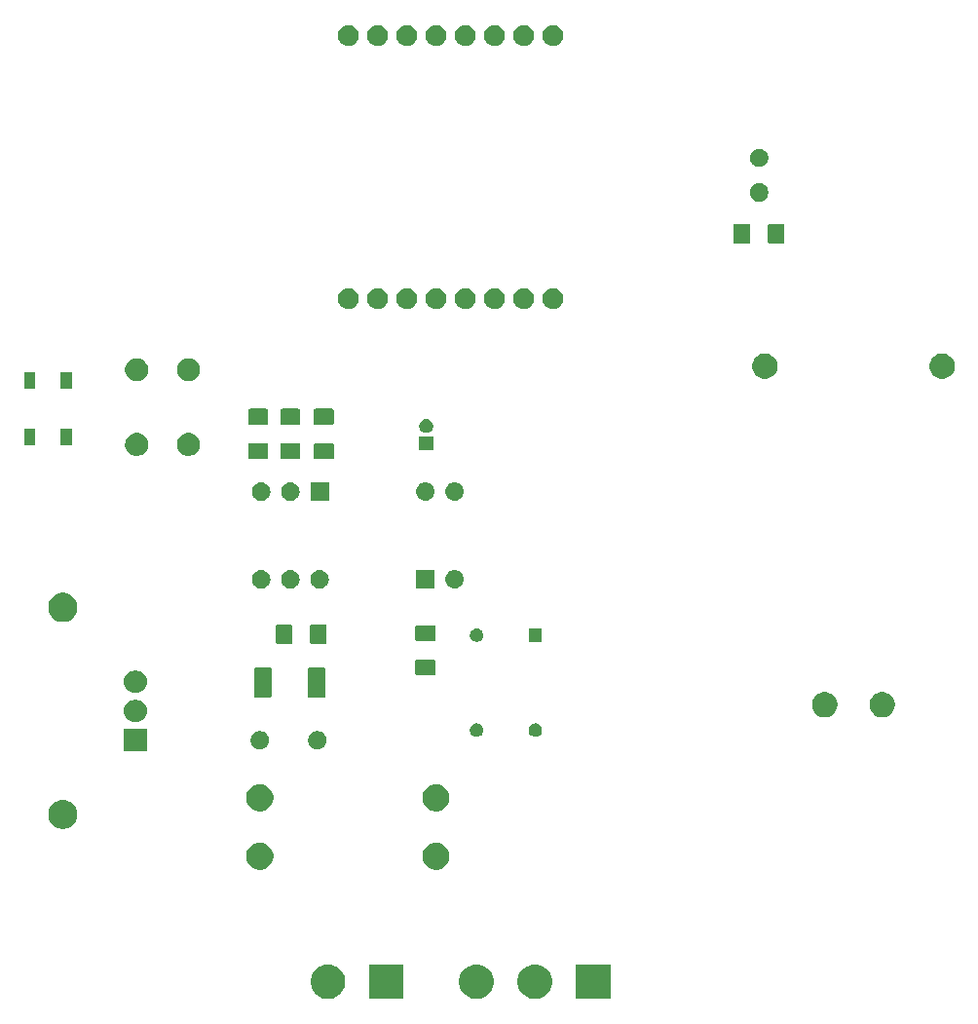
<source format=gbr>
G04 #@! TF.GenerationSoftware,KiCad,Pcbnew,5.0.2+dfsg1-1*
G04 #@! TF.CreationDate,2019-06-14T16:53:16+02:00*
G04 #@! TF.ProjectId,mains-light-controller,6d61696e-732d-46c6-9967-68742d636f6e,v1.0.1*
G04 #@! TF.SameCoordinates,Original*
G04 #@! TF.FileFunction,Soldermask,Top*
G04 #@! TF.FilePolarity,Negative*
%FSLAX46Y46*%
G04 Gerber Fmt 4.6, Leading zero omitted, Abs format (unit mm)*
G04 Created by KiCad (PCBNEW 5.0.2+dfsg1-1) date fre 14 jun 2019 16:53:16 CEST*
%MOMM*%
%LPD*%
G01*
G04 APERTURE LIST*
%ADD10C,0.100000*%
G04 APERTURE END LIST*
D10*
G36*
X78900000Y-105300000D02*
X75900000Y-105300000D01*
X75900000Y-102300000D01*
X78900000Y-102300000D01*
X78900000Y-105300000D01*
X78900000Y-105300000D01*
G37*
G36*
X60900000Y-105300000D02*
X57900000Y-105300000D01*
X57900000Y-102300000D01*
X60900000Y-102300000D01*
X60900000Y-105300000D01*
X60900000Y-105300000D01*
G37*
G36*
X54660935Y-102338429D02*
X54757534Y-102357644D01*
X55030517Y-102470717D01*
X55272920Y-102632687D01*
X55276197Y-102634876D01*
X55485124Y-102843803D01*
X55649284Y-103089485D01*
X55762356Y-103362467D01*
X55820000Y-103652261D01*
X55820000Y-103947739D01*
X55762356Y-104237533D01*
X55649284Y-104510515D01*
X55485124Y-104756197D01*
X55276197Y-104965124D01*
X55276194Y-104965126D01*
X55030517Y-105129283D01*
X54757534Y-105242356D01*
X54660935Y-105261571D01*
X54467739Y-105300000D01*
X54172261Y-105300000D01*
X53979065Y-105261571D01*
X53882466Y-105242356D01*
X53609483Y-105129283D01*
X53363806Y-104965126D01*
X53363803Y-104965124D01*
X53154876Y-104756197D01*
X52990716Y-104510515D01*
X52877644Y-104237533D01*
X52820000Y-103947739D01*
X52820000Y-103652261D01*
X52877644Y-103362467D01*
X52990716Y-103089485D01*
X53154876Y-102843803D01*
X53363803Y-102634876D01*
X53367080Y-102632687D01*
X53609483Y-102470717D01*
X53882466Y-102357644D01*
X53979065Y-102338429D01*
X54172261Y-102300000D01*
X54467739Y-102300000D01*
X54660935Y-102338429D01*
X54660935Y-102338429D01*
G37*
G36*
X72660935Y-102338429D02*
X72757534Y-102357644D01*
X73030517Y-102470717D01*
X73272920Y-102632687D01*
X73276197Y-102634876D01*
X73485124Y-102843803D01*
X73649284Y-103089485D01*
X73762356Y-103362467D01*
X73820000Y-103652261D01*
X73820000Y-103947739D01*
X73762356Y-104237533D01*
X73649284Y-104510515D01*
X73485124Y-104756197D01*
X73276197Y-104965124D01*
X73276194Y-104965126D01*
X73030517Y-105129283D01*
X72757534Y-105242356D01*
X72660935Y-105261571D01*
X72467739Y-105300000D01*
X72172261Y-105300000D01*
X71979065Y-105261571D01*
X71882466Y-105242356D01*
X71609483Y-105129283D01*
X71363806Y-104965126D01*
X71363803Y-104965124D01*
X71154876Y-104756197D01*
X70990716Y-104510515D01*
X70877644Y-104237533D01*
X70820000Y-103947739D01*
X70820000Y-103652261D01*
X70877644Y-103362467D01*
X70990716Y-103089485D01*
X71154876Y-102843803D01*
X71363803Y-102634876D01*
X71367080Y-102632687D01*
X71609483Y-102470717D01*
X71882466Y-102357644D01*
X71979065Y-102338429D01*
X72172261Y-102300000D01*
X72467739Y-102300000D01*
X72660935Y-102338429D01*
X72660935Y-102338429D01*
G37*
G36*
X67580935Y-102338429D02*
X67677534Y-102357644D01*
X67950517Y-102470717D01*
X68192920Y-102632687D01*
X68196197Y-102634876D01*
X68405124Y-102843803D01*
X68569284Y-103089485D01*
X68682356Y-103362467D01*
X68740000Y-103652261D01*
X68740000Y-103947739D01*
X68682356Y-104237533D01*
X68569284Y-104510515D01*
X68405124Y-104756197D01*
X68196197Y-104965124D01*
X68196194Y-104965126D01*
X67950517Y-105129283D01*
X67677534Y-105242356D01*
X67580935Y-105261571D01*
X67387739Y-105300000D01*
X67092261Y-105300000D01*
X66899065Y-105261571D01*
X66802466Y-105242356D01*
X66529483Y-105129283D01*
X66283806Y-104965126D01*
X66283803Y-104965124D01*
X66074876Y-104756197D01*
X65910716Y-104510515D01*
X65797644Y-104237533D01*
X65740000Y-103947739D01*
X65740000Y-103652261D01*
X65797644Y-103362467D01*
X65910716Y-103089485D01*
X66074876Y-102843803D01*
X66283803Y-102634876D01*
X66287080Y-102632687D01*
X66529483Y-102470717D01*
X66802466Y-102357644D01*
X66899065Y-102338429D01*
X67092261Y-102300000D01*
X67387739Y-102300000D01*
X67580935Y-102338429D01*
X67580935Y-102338429D01*
G37*
G36*
X48742732Y-91750154D02*
X48742734Y-91750155D01*
X48742735Y-91750155D01*
X48821725Y-91782874D01*
X48956572Y-91838729D01*
X49149022Y-91967320D01*
X49312680Y-92130978D01*
X49441271Y-92323428D01*
X49529846Y-92537268D01*
X49575000Y-92764271D01*
X49575000Y-92995729D01*
X49529846Y-93222732D01*
X49441271Y-93436572D01*
X49312680Y-93629022D01*
X49149022Y-93792680D01*
X48956572Y-93921271D01*
X48821725Y-93977126D01*
X48742735Y-94009845D01*
X48742734Y-94009845D01*
X48742732Y-94009846D01*
X48515729Y-94055000D01*
X48284271Y-94055000D01*
X48057268Y-94009846D01*
X48057266Y-94009845D01*
X48057265Y-94009845D01*
X47978275Y-93977126D01*
X47843428Y-93921271D01*
X47650978Y-93792680D01*
X47487320Y-93629022D01*
X47358729Y-93436572D01*
X47270154Y-93222732D01*
X47225000Y-92995729D01*
X47225000Y-92764271D01*
X47270154Y-92537268D01*
X47358729Y-92323428D01*
X47487320Y-92130978D01*
X47650978Y-91967320D01*
X47843428Y-91838729D01*
X47978275Y-91782874D01*
X48057265Y-91750155D01*
X48057266Y-91750155D01*
X48057268Y-91750154D01*
X48284271Y-91705000D01*
X48515729Y-91705000D01*
X48742732Y-91750154D01*
X48742732Y-91750154D01*
G37*
G36*
X64062732Y-91750154D02*
X64062734Y-91750155D01*
X64062735Y-91750155D01*
X64141725Y-91782874D01*
X64276572Y-91838729D01*
X64469022Y-91967320D01*
X64632680Y-92130978D01*
X64761271Y-92323428D01*
X64849846Y-92537268D01*
X64895000Y-92764271D01*
X64895000Y-92995729D01*
X64849846Y-93222732D01*
X64761271Y-93436572D01*
X64632680Y-93629022D01*
X64469022Y-93792680D01*
X64276572Y-93921271D01*
X64141725Y-93977126D01*
X64062735Y-94009845D01*
X64062734Y-94009845D01*
X64062732Y-94009846D01*
X63835729Y-94055000D01*
X63604271Y-94055000D01*
X63377268Y-94009846D01*
X63377266Y-94009845D01*
X63377265Y-94009845D01*
X63298275Y-93977126D01*
X63163428Y-93921271D01*
X62970978Y-93792680D01*
X62807320Y-93629022D01*
X62678729Y-93436572D01*
X62590154Y-93222732D01*
X62545000Y-92995729D01*
X62545000Y-92764271D01*
X62590154Y-92537268D01*
X62678729Y-92323428D01*
X62807320Y-92130978D01*
X62970978Y-91967320D01*
X63163428Y-91838729D01*
X63298275Y-91782874D01*
X63377265Y-91750155D01*
X63377266Y-91750155D01*
X63377268Y-91750154D01*
X63604271Y-91705000D01*
X63835729Y-91705000D01*
X64062732Y-91750154D01*
X64062732Y-91750154D01*
G37*
G36*
X31576839Y-88030332D02*
X31658111Y-88046498D01*
X31887780Y-88141630D01*
X32093084Y-88278810D01*
X32094480Y-88279743D01*
X32270256Y-88455519D01*
X32270258Y-88455522D01*
X32408369Y-88662219D01*
X32503501Y-88891888D01*
X32551999Y-89135704D01*
X32551999Y-89384296D01*
X32503501Y-89628112D01*
X32408369Y-89857781D01*
X32271189Y-90063085D01*
X32270256Y-90064481D01*
X32094480Y-90240257D01*
X32094477Y-90240259D01*
X31887780Y-90378370D01*
X31658111Y-90473502D01*
X31576839Y-90489668D01*
X31414297Y-90522000D01*
X31165701Y-90522000D01*
X31003159Y-90489668D01*
X30921887Y-90473502D01*
X30692218Y-90378370D01*
X30485521Y-90240259D01*
X30485518Y-90240257D01*
X30309742Y-90064481D01*
X30308809Y-90063085D01*
X30171629Y-89857781D01*
X30076497Y-89628112D01*
X30027999Y-89384296D01*
X30027999Y-89135704D01*
X30076497Y-88891888D01*
X30171629Y-88662219D01*
X30309740Y-88455522D01*
X30309742Y-88455519D01*
X30485518Y-88279743D01*
X30486914Y-88278810D01*
X30692218Y-88141630D01*
X30921887Y-88046498D01*
X31003159Y-88030332D01*
X31165701Y-87998000D01*
X31414297Y-87998000D01*
X31576839Y-88030332D01*
X31576839Y-88030332D01*
G37*
G36*
X64062732Y-86670154D02*
X64062734Y-86670155D01*
X64062735Y-86670155D01*
X64141725Y-86702874D01*
X64276572Y-86758729D01*
X64469022Y-86887320D01*
X64632680Y-87050978D01*
X64761271Y-87243428D01*
X64849846Y-87457268D01*
X64895000Y-87684271D01*
X64895000Y-87915729D01*
X64849846Y-88142732D01*
X64761271Y-88356572D01*
X64632680Y-88549022D01*
X64469022Y-88712680D01*
X64276572Y-88841271D01*
X64154371Y-88891888D01*
X64062735Y-88929845D01*
X64062734Y-88929845D01*
X64062732Y-88929846D01*
X63835729Y-88975000D01*
X63604271Y-88975000D01*
X63377268Y-88929846D01*
X63377266Y-88929845D01*
X63377265Y-88929845D01*
X63285629Y-88891888D01*
X63163428Y-88841271D01*
X62970978Y-88712680D01*
X62807320Y-88549022D01*
X62678729Y-88356572D01*
X62590154Y-88142732D01*
X62545000Y-87915729D01*
X62545000Y-87684271D01*
X62590154Y-87457268D01*
X62678729Y-87243428D01*
X62807320Y-87050978D01*
X62970978Y-86887320D01*
X63163428Y-86758729D01*
X63298275Y-86702874D01*
X63377265Y-86670155D01*
X63377266Y-86670155D01*
X63377268Y-86670154D01*
X63604271Y-86625000D01*
X63835729Y-86625000D01*
X64062732Y-86670154D01*
X64062732Y-86670154D01*
G37*
G36*
X48742732Y-86670154D02*
X48742734Y-86670155D01*
X48742735Y-86670155D01*
X48821725Y-86702874D01*
X48956572Y-86758729D01*
X49149022Y-86887320D01*
X49312680Y-87050978D01*
X49441271Y-87243428D01*
X49529846Y-87457268D01*
X49575000Y-87684271D01*
X49575000Y-87915729D01*
X49529846Y-88142732D01*
X49441271Y-88356572D01*
X49312680Y-88549022D01*
X49149022Y-88712680D01*
X48956572Y-88841271D01*
X48834371Y-88891888D01*
X48742735Y-88929845D01*
X48742734Y-88929845D01*
X48742732Y-88929846D01*
X48515729Y-88975000D01*
X48284271Y-88975000D01*
X48057268Y-88929846D01*
X48057266Y-88929845D01*
X48057265Y-88929845D01*
X47965629Y-88891888D01*
X47843428Y-88841271D01*
X47650978Y-88712680D01*
X47487320Y-88549022D01*
X47358729Y-88356572D01*
X47270154Y-88142732D01*
X47225000Y-87915729D01*
X47225000Y-87684271D01*
X47270154Y-87457268D01*
X47358729Y-87243428D01*
X47487320Y-87050978D01*
X47650978Y-86887320D01*
X47843428Y-86758729D01*
X47978275Y-86702874D01*
X48057265Y-86670155D01*
X48057266Y-86670155D01*
X48057268Y-86670154D01*
X48284271Y-86625000D01*
X48515729Y-86625000D01*
X48742732Y-86670154D01*
X48742732Y-86670154D01*
G37*
G36*
X38600000Y-83752500D02*
X36600000Y-83752500D01*
X36600000Y-81847500D01*
X38600000Y-81847500D01*
X38600000Y-83752500D01*
X38600000Y-83752500D01*
G37*
G36*
X48633352Y-82030743D02*
X48778941Y-82091048D01*
X48909973Y-82178601D01*
X49021399Y-82290027D01*
X49108952Y-82421059D01*
X49169257Y-82566648D01*
X49200000Y-82721205D01*
X49200000Y-82878795D01*
X49169257Y-83033352D01*
X49108952Y-83178941D01*
X49021399Y-83309973D01*
X48909973Y-83421399D01*
X48778941Y-83508952D01*
X48633352Y-83569257D01*
X48478795Y-83600000D01*
X48321205Y-83600000D01*
X48166648Y-83569257D01*
X48021059Y-83508952D01*
X47890027Y-83421399D01*
X47778601Y-83309973D01*
X47691048Y-83178941D01*
X47630743Y-83033352D01*
X47600000Y-82878795D01*
X47600000Y-82721205D01*
X47630743Y-82566648D01*
X47691048Y-82421059D01*
X47778601Y-82290027D01*
X47890027Y-82178601D01*
X48021059Y-82091048D01*
X48166648Y-82030743D01*
X48321205Y-82000000D01*
X48478795Y-82000000D01*
X48633352Y-82030743D01*
X48633352Y-82030743D01*
G37*
G36*
X53633352Y-82030743D02*
X53778941Y-82091048D01*
X53909973Y-82178601D01*
X54021399Y-82290027D01*
X54108952Y-82421059D01*
X54169257Y-82566648D01*
X54200000Y-82721205D01*
X54200000Y-82878795D01*
X54169257Y-83033352D01*
X54108952Y-83178941D01*
X54021399Y-83309973D01*
X53909973Y-83421399D01*
X53778941Y-83508952D01*
X53633352Y-83569257D01*
X53478795Y-83600000D01*
X53321205Y-83600000D01*
X53166648Y-83569257D01*
X53021059Y-83508952D01*
X52890027Y-83421399D01*
X52778601Y-83309973D01*
X52691048Y-83178941D01*
X52630743Y-83033352D01*
X52600000Y-82878795D01*
X52600000Y-82721205D01*
X52630743Y-82566648D01*
X52691048Y-82421059D01*
X52778601Y-82290027D01*
X52890027Y-82178601D01*
X53021059Y-82091048D01*
X53166648Y-82030743D01*
X53321205Y-82000000D01*
X53478795Y-82000000D01*
X53633352Y-82030743D01*
X53633352Y-82030743D01*
G37*
G36*
X67419180Y-81367289D02*
X67524734Y-81411011D01*
X67619729Y-81474485D01*
X67700515Y-81555271D01*
X67763989Y-81650266D01*
X67807711Y-81755820D01*
X67830000Y-81867874D01*
X67830000Y-81982126D01*
X67807711Y-82094180D01*
X67763989Y-82199734D01*
X67700515Y-82294729D01*
X67619729Y-82375515D01*
X67524734Y-82438989D01*
X67419180Y-82482711D01*
X67307126Y-82505000D01*
X67192874Y-82505000D01*
X67080820Y-82482711D01*
X66975266Y-82438989D01*
X66880271Y-82375515D01*
X66799485Y-82294729D01*
X66736011Y-82199734D01*
X66692289Y-82094180D01*
X66670000Y-81982126D01*
X66670000Y-81867874D01*
X66692289Y-81755820D01*
X66736011Y-81650266D01*
X66799485Y-81555271D01*
X66880271Y-81474485D01*
X66975266Y-81411011D01*
X67080820Y-81367289D01*
X67192874Y-81345000D01*
X67307126Y-81345000D01*
X67419180Y-81367289D01*
X67419180Y-81367289D01*
G37*
G36*
X72519180Y-81367289D02*
X72624734Y-81411011D01*
X72719729Y-81474485D01*
X72800515Y-81555271D01*
X72863989Y-81650266D01*
X72907711Y-81755820D01*
X72930000Y-81867874D01*
X72930000Y-81982126D01*
X72907711Y-82094180D01*
X72863989Y-82199734D01*
X72800515Y-82294729D01*
X72719729Y-82375515D01*
X72624734Y-82438989D01*
X72519180Y-82482711D01*
X72407126Y-82505000D01*
X72292874Y-82505000D01*
X72180820Y-82482711D01*
X72075266Y-82438989D01*
X71980271Y-82375515D01*
X71899485Y-82294729D01*
X71836011Y-82199734D01*
X71792289Y-82094180D01*
X71770000Y-81982126D01*
X71770000Y-81867874D01*
X71792289Y-81755820D01*
X71836011Y-81650266D01*
X71899485Y-81555271D01*
X71980271Y-81474485D01*
X72075266Y-81411011D01*
X72180820Y-81367289D01*
X72292874Y-81345000D01*
X72407126Y-81345000D01*
X72519180Y-81367289D01*
X72519180Y-81367289D01*
G37*
G36*
X37834224Y-79321282D02*
X38013769Y-79375747D01*
X38179241Y-79464193D01*
X38324278Y-79583222D01*
X38443307Y-79728259D01*
X38531753Y-79893731D01*
X38586218Y-80073276D01*
X38604608Y-80260000D01*
X38586218Y-80446724D01*
X38531753Y-80626269D01*
X38443307Y-80791741D01*
X38324278Y-80936778D01*
X38179241Y-81055807D01*
X38013769Y-81144253D01*
X37834224Y-81198718D01*
X37694289Y-81212500D01*
X37505711Y-81212500D01*
X37365776Y-81198718D01*
X37186231Y-81144253D01*
X37020759Y-81055807D01*
X36875722Y-80936778D01*
X36756693Y-80791741D01*
X36668247Y-80626269D01*
X36613782Y-80446724D01*
X36595392Y-80260000D01*
X36613782Y-80073276D01*
X36668247Y-79893731D01*
X36756693Y-79728259D01*
X36875722Y-79583222D01*
X37020759Y-79464193D01*
X37186231Y-79375747D01*
X37365776Y-79321282D01*
X37505711Y-79307500D01*
X37694289Y-79307500D01*
X37834224Y-79321282D01*
X37834224Y-79321282D01*
G37*
G36*
X97820857Y-78642272D02*
X98021042Y-78725191D01*
X98201213Y-78845578D01*
X98354422Y-78998787D01*
X98354424Y-78998790D01*
X98354425Y-78998791D01*
X98426040Y-79105970D01*
X98474809Y-79178958D01*
X98557728Y-79379143D01*
X98600000Y-79591658D01*
X98600000Y-79808342D01*
X98557728Y-80020857D01*
X98474809Y-80221042D01*
X98354422Y-80401213D01*
X98201213Y-80554422D01*
X98021042Y-80674809D01*
X97820857Y-80757728D01*
X97608342Y-80800000D01*
X97391658Y-80800000D01*
X97179143Y-80757728D01*
X96978958Y-80674809D01*
X96798787Y-80554422D01*
X96645578Y-80401213D01*
X96525191Y-80221042D01*
X96442272Y-80020857D01*
X96400000Y-79808342D01*
X96400000Y-79591658D01*
X96442272Y-79379143D01*
X96525191Y-79178958D01*
X96573960Y-79105970D01*
X96645575Y-78998791D01*
X96645576Y-78998790D01*
X96645578Y-78998787D01*
X96798787Y-78845578D01*
X96978958Y-78725191D01*
X97179143Y-78642272D01*
X97391658Y-78600000D01*
X97608342Y-78600000D01*
X97820857Y-78642272D01*
X97820857Y-78642272D01*
G37*
G36*
X102820857Y-78642272D02*
X103021042Y-78725191D01*
X103201213Y-78845578D01*
X103354422Y-78998787D01*
X103354424Y-78998790D01*
X103354425Y-78998791D01*
X103426040Y-79105970D01*
X103474809Y-79178958D01*
X103557728Y-79379143D01*
X103600000Y-79591658D01*
X103600000Y-79808342D01*
X103557728Y-80020857D01*
X103474809Y-80221042D01*
X103354422Y-80401213D01*
X103201213Y-80554422D01*
X103021042Y-80674809D01*
X102820857Y-80757728D01*
X102608342Y-80800000D01*
X102391658Y-80800000D01*
X102179143Y-80757728D01*
X101978958Y-80674809D01*
X101798787Y-80554422D01*
X101645578Y-80401213D01*
X101525191Y-80221042D01*
X101442272Y-80020857D01*
X101400000Y-79808342D01*
X101400000Y-79591658D01*
X101442272Y-79379143D01*
X101525191Y-79178958D01*
X101573960Y-79105970D01*
X101645575Y-78998791D01*
X101645576Y-78998790D01*
X101645578Y-78998787D01*
X101798787Y-78845578D01*
X101978958Y-78725191D01*
X102179143Y-78642272D01*
X102391658Y-78600000D01*
X102608342Y-78600000D01*
X102820857Y-78642272D01*
X102820857Y-78642272D01*
G37*
G36*
X49291281Y-76478782D02*
X49322305Y-76488193D01*
X49350899Y-76503477D01*
X49375957Y-76524043D01*
X49396523Y-76549101D01*
X49411807Y-76577695D01*
X49421218Y-76608719D01*
X49425000Y-76647122D01*
X49425000Y-78952878D01*
X49421218Y-78991281D01*
X49411807Y-79022305D01*
X49396523Y-79050899D01*
X49375957Y-79075957D01*
X49350899Y-79096523D01*
X49322305Y-79111807D01*
X49291281Y-79121218D01*
X49252878Y-79125000D01*
X48072122Y-79125000D01*
X48033719Y-79121218D01*
X48002695Y-79111807D01*
X47974101Y-79096523D01*
X47949043Y-79075957D01*
X47928477Y-79050899D01*
X47913193Y-79022305D01*
X47903782Y-78991281D01*
X47900000Y-78952878D01*
X47900000Y-76647122D01*
X47903782Y-76608719D01*
X47913193Y-76577695D01*
X47928477Y-76549101D01*
X47949043Y-76524043D01*
X47974101Y-76503477D01*
X48002695Y-76488193D01*
X48033719Y-76478782D01*
X48072122Y-76475000D01*
X49252878Y-76475000D01*
X49291281Y-76478782D01*
X49291281Y-76478782D01*
G37*
G36*
X53966281Y-76478782D02*
X53997305Y-76488193D01*
X54025899Y-76503477D01*
X54050957Y-76524043D01*
X54071523Y-76549101D01*
X54086807Y-76577695D01*
X54096218Y-76608719D01*
X54100000Y-76647122D01*
X54100000Y-78952878D01*
X54096218Y-78991281D01*
X54086807Y-79022305D01*
X54071523Y-79050899D01*
X54050957Y-79075957D01*
X54025899Y-79096523D01*
X53997305Y-79111807D01*
X53966281Y-79121218D01*
X53927878Y-79125000D01*
X52747122Y-79125000D01*
X52708719Y-79121218D01*
X52677695Y-79111807D01*
X52649101Y-79096523D01*
X52624043Y-79075957D01*
X52603477Y-79050899D01*
X52588193Y-79022305D01*
X52578782Y-78991281D01*
X52575000Y-78952878D01*
X52575000Y-76647122D01*
X52578782Y-76608719D01*
X52588193Y-76577695D01*
X52603477Y-76549101D01*
X52624043Y-76524043D01*
X52649101Y-76503477D01*
X52677695Y-76488193D01*
X52708719Y-76478782D01*
X52747122Y-76475000D01*
X53927878Y-76475000D01*
X53966281Y-76478782D01*
X53966281Y-76478782D01*
G37*
G36*
X37834224Y-76781282D02*
X38013769Y-76835747D01*
X38179241Y-76924193D01*
X38324278Y-77043222D01*
X38443307Y-77188259D01*
X38531753Y-77353731D01*
X38586218Y-77533276D01*
X38604608Y-77720000D01*
X38586218Y-77906724D01*
X38531753Y-78086269D01*
X38443307Y-78251741D01*
X38324278Y-78396778D01*
X38179241Y-78515807D01*
X38013769Y-78604253D01*
X37834224Y-78658718D01*
X37694289Y-78672500D01*
X37505711Y-78672500D01*
X37365776Y-78658718D01*
X37186231Y-78604253D01*
X37020759Y-78515807D01*
X36875722Y-78396778D01*
X36756693Y-78251741D01*
X36668247Y-78086269D01*
X36613782Y-77906724D01*
X36595392Y-77720000D01*
X36613782Y-77533276D01*
X36668247Y-77353731D01*
X36756693Y-77188259D01*
X36875722Y-77043222D01*
X37020759Y-76924193D01*
X37186231Y-76835747D01*
X37365776Y-76781282D01*
X37505711Y-76767500D01*
X37694289Y-76767500D01*
X37834224Y-76781282D01*
X37834224Y-76781282D01*
G37*
G36*
X63538964Y-75778837D02*
X63570528Y-75788412D01*
X63599617Y-75803960D01*
X63625114Y-75824886D01*
X63646040Y-75850383D01*
X63661588Y-75879472D01*
X63671163Y-75911036D01*
X63675000Y-75949998D01*
X63675000Y-77025002D01*
X63671163Y-77063964D01*
X63661588Y-77095528D01*
X63646040Y-77124617D01*
X63625114Y-77150114D01*
X63599617Y-77171040D01*
X63570528Y-77186588D01*
X63538964Y-77196163D01*
X63500002Y-77200000D01*
X62099998Y-77200000D01*
X62061036Y-77196163D01*
X62029472Y-77186588D01*
X62000383Y-77171040D01*
X61974886Y-77150114D01*
X61953960Y-77124617D01*
X61938412Y-77095528D01*
X61928837Y-77063964D01*
X61925000Y-77025002D01*
X61925000Y-75949998D01*
X61928837Y-75911036D01*
X61938412Y-75879472D01*
X61953960Y-75850383D01*
X61974886Y-75824886D01*
X62000383Y-75803960D01*
X62029472Y-75788412D01*
X62061036Y-75778837D01*
X62099998Y-75775000D01*
X63500002Y-75775000D01*
X63538964Y-75778837D01*
X63538964Y-75778837D01*
G37*
G36*
X54063964Y-72728837D02*
X54095528Y-72738412D01*
X54124617Y-72753960D01*
X54150114Y-72774886D01*
X54171040Y-72800383D01*
X54186588Y-72829472D01*
X54196163Y-72861036D01*
X54200000Y-72899998D01*
X54200000Y-74300002D01*
X54196163Y-74338964D01*
X54186588Y-74370528D01*
X54171040Y-74399617D01*
X54150114Y-74425114D01*
X54124617Y-74446040D01*
X54095528Y-74461588D01*
X54063964Y-74471163D01*
X54025002Y-74475000D01*
X52949998Y-74475000D01*
X52911036Y-74471163D01*
X52879472Y-74461588D01*
X52850383Y-74446040D01*
X52824886Y-74425114D01*
X52803960Y-74399617D01*
X52788412Y-74370528D01*
X52778837Y-74338964D01*
X52775000Y-74300002D01*
X52775000Y-72899998D01*
X52778837Y-72861036D01*
X52788412Y-72829472D01*
X52803960Y-72800383D01*
X52824886Y-72774886D01*
X52850383Y-72753960D01*
X52879472Y-72738412D01*
X52911036Y-72728837D01*
X52949998Y-72725000D01*
X54025002Y-72725000D01*
X54063964Y-72728837D01*
X54063964Y-72728837D01*
G37*
G36*
X51088964Y-72728837D02*
X51120528Y-72738412D01*
X51149617Y-72753960D01*
X51175114Y-72774886D01*
X51196040Y-72800383D01*
X51211588Y-72829472D01*
X51221163Y-72861036D01*
X51225000Y-72899998D01*
X51225000Y-74300002D01*
X51221163Y-74338964D01*
X51211588Y-74370528D01*
X51196040Y-74399617D01*
X51175114Y-74425114D01*
X51149617Y-74446040D01*
X51120528Y-74461588D01*
X51088964Y-74471163D01*
X51050002Y-74475000D01*
X49974998Y-74475000D01*
X49936036Y-74471163D01*
X49904472Y-74461588D01*
X49875383Y-74446040D01*
X49849886Y-74425114D01*
X49828960Y-74399617D01*
X49813412Y-74370528D01*
X49803837Y-74338964D01*
X49800000Y-74300002D01*
X49800000Y-72899998D01*
X49803837Y-72861036D01*
X49813412Y-72829472D01*
X49828960Y-72800383D01*
X49849886Y-72774886D01*
X49875383Y-72753960D01*
X49904472Y-72738412D01*
X49936036Y-72728837D01*
X49974998Y-72725000D01*
X51050002Y-72725000D01*
X51088964Y-72728837D01*
X51088964Y-72728837D01*
G37*
G36*
X72930000Y-74255000D02*
X71770000Y-74255000D01*
X71770000Y-73095000D01*
X72930000Y-73095000D01*
X72930000Y-74255000D01*
X72930000Y-74255000D01*
G37*
G36*
X67419180Y-73117289D02*
X67524734Y-73161011D01*
X67619729Y-73224485D01*
X67700515Y-73305271D01*
X67763989Y-73400266D01*
X67807711Y-73505820D01*
X67830000Y-73617874D01*
X67830000Y-73732126D01*
X67807711Y-73844180D01*
X67763989Y-73949734D01*
X67700515Y-74044729D01*
X67619729Y-74125515D01*
X67524734Y-74188989D01*
X67419180Y-74232711D01*
X67307126Y-74255000D01*
X67192874Y-74255000D01*
X67080820Y-74232711D01*
X66975266Y-74188989D01*
X66880271Y-74125515D01*
X66799485Y-74044729D01*
X66736011Y-73949734D01*
X66692289Y-73844180D01*
X66670000Y-73732126D01*
X66670000Y-73617874D01*
X66692289Y-73505820D01*
X66736011Y-73400266D01*
X66799485Y-73305271D01*
X66880271Y-73224485D01*
X66975266Y-73161011D01*
X67080820Y-73117289D01*
X67192874Y-73095000D01*
X67307126Y-73095000D01*
X67419180Y-73117289D01*
X67419180Y-73117289D01*
G37*
G36*
X63538964Y-72803837D02*
X63570528Y-72813412D01*
X63599617Y-72828960D01*
X63625114Y-72849886D01*
X63646040Y-72875383D01*
X63661588Y-72904472D01*
X63671163Y-72936036D01*
X63675000Y-72974998D01*
X63675000Y-74050002D01*
X63671163Y-74088964D01*
X63661588Y-74120528D01*
X63646040Y-74149617D01*
X63625114Y-74175114D01*
X63599617Y-74196040D01*
X63570528Y-74211588D01*
X63538964Y-74221163D01*
X63500002Y-74225000D01*
X62099998Y-74225000D01*
X62061036Y-74221163D01*
X62029472Y-74211588D01*
X62000383Y-74196040D01*
X61974886Y-74175114D01*
X61953960Y-74149617D01*
X61938412Y-74120528D01*
X61928837Y-74088964D01*
X61925000Y-74050002D01*
X61925000Y-72974998D01*
X61928837Y-72936036D01*
X61938412Y-72904472D01*
X61953960Y-72875383D01*
X61974886Y-72849886D01*
X62000383Y-72828960D01*
X62029472Y-72813412D01*
X62061036Y-72803837D01*
X62099998Y-72800000D01*
X63500002Y-72800000D01*
X63538964Y-72803837D01*
X63538964Y-72803837D01*
G37*
G36*
X31576840Y-70030332D02*
X31658112Y-70046498D01*
X31887781Y-70141630D01*
X32093085Y-70278810D01*
X32094481Y-70279743D01*
X32270257Y-70455519D01*
X32270259Y-70455522D01*
X32408370Y-70662219D01*
X32503502Y-70891888D01*
X32552000Y-71135704D01*
X32552000Y-71384296D01*
X32503502Y-71628112D01*
X32408370Y-71857781D01*
X32271190Y-72063085D01*
X32270257Y-72064481D01*
X32094481Y-72240257D01*
X32094478Y-72240259D01*
X31887781Y-72378370D01*
X31658112Y-72473502D01*
X31576840Y-72489668D01*
X31414298Y-72522000D01*
X31165702Y-72522000D01*
X31003160Y-72489668D01*
X30921888Y-72473502D01*
X30692219Y-72378370D01*
X30485522Y-72240259D01*
X30485519Y-72240257D01*
X30309743Y-72064481D01*
X30308810Y-72063085D01*
X30171630Y-71857781D01*
X30076498Y-71628112D01*
X30028000Y-71384296D01*
X30028000Y-71135704D01*
X30076498Y-70891888D01*
X30171630Y-70662219D01*
X30309741Y-70455522D01*
X30309743Y-70455519D01*
X30485519Y-70279743D01*
X30486915Y-70278810D01*
X30692219Y-70141630D01*
X30921888Y-70046498D01*
X31003160Y-70030332D01*
X31165702Y-69998000D01*
X31414298Y-69998000D01*
X31576840Y-70030332D01*
X31576840Y-70030332D01*
G37*
G36*
X53717649Y-68027717D02*
X53756827Y-68031576D01*
X53832227Y-68054448D01*
X53907629Y-68077321D01*
X54046608Y-68151608D01*
X54168422Y-68251578D01*
X54268392Y-68373392D01*
X54342679Y-68512371D01*
X54388424Y-68663174D01*
X54403870Y-68820000D01*
X54388424Y-68976826D01*
X54342679Y-69127629D01*
X54268392Y-69266608D01*
X54168422Y-69388422D01*
X54046608Y-69488392D01*
X53907629Y-69562679D01*
X53832228Y-69585551D01*
X53756827Y-69608424D01*
X53717649Y-69612283D01*
X53639295Y-69620000D01*
X53560705Y-69620000D01*
X53482351Y-69612283D01*
X53443173Y-69608424D01*
X53367772Y-69585551D01*
X53292371Y-69562679D01*
X53153392Y-69488392D01*
X53031578Y-69388422D01*
X52931608Y-69266608D01*
X52857321Y-69127629D01*
X52811576Y-68976826D01*
X52796130Y-68820000D01*
X52811576Y-68663174D01*
X52857321Y-68512371D01*
X52931608Y-68373392D01*
X53031578Y-68251578D01*
X53153392Y-68151608D01*
X53292371Y-68077321D01*
X53367773Y-68054448D01*
X53443173Y-68031576D01*
X53482351Y-68027717D01*
X53560705Y-68020000D01*
X53639295Y-68020000D01*
X53717649Y-68027717D01*
X53717649Y-68027717D01*
G37*
G36*
X48637649Y-68027717D02*
X48676827Y-68031576D01*
X48752227Y-68054448D01*
X48827629Y-68077321D01*
X48966608Y-68151608D01*
X49088422Y-68251578D01*
X49188392Y-68373392D01*
X49262679Y-68512371D01*
X49308424Y-68663174D01*
X49323870Y-68820000D01*
X49308424Y-68976826D01*
X49262679Y-69127629D01*
X49188392Y-69266608D01*
X49088422Y-69388422D01*
X48966608Y-69488392D01*
X48827629Y-69562679D01*
X48752228Y-69585551D01*
X48676827Y-69608424D01*
X48637649Y-69612283D01*
X48559295Y-69620000D01*
X48480705Y-69620000D01*
X48402351Y-69612283D01*
X48363173Y-69608424D01*
X48287772Y-69585551D01*
X48212371Y-69562679D01*
X48073392Y-69488392D01*
X47951578Y-69388422D01*
X47851608Y-69266608D01*
X47777321Y-69127629D01*
X47731576Y-68976826D01*
X47716130Y-68820000D01*
X47731576Y-68663174D01*
X47777321Y-68512371D01*
X47851608Y-68373392D01*
X47951578Y-68251578D01*
X48073392Y-68151608D01*
X48212371Y-68077321D01*
X48287773Y-68054448D01*
X48363173Y-68031576D01*
X48402351Y-68027717D01*
X48480705Y-68020000D01*
X48559295Y-68020000D01*
X48637649Y-68027717D01*
X48637649Y-68027717D01*
G37*
G36*
X51177649Y-68027717D02*
X51216827Y-68031576D01*
X51292227Y-68054448D01*
X51367629Y-68077321D01*
X51506608Y-68151608D01*
X51628422Y-68251578D01*
X51728392Y-68373392D01*
X51802679Y-68512371D01*
X51848424Y-68663174D01*
X51863870Y-68820000D01*
X51848424Y-68976826D01*
X51802679Y-69127629D01*
X51728392Y-69266608D01*
X51628422Y-69388422D01*
X51506608Y-69488392D01*
X51367629Y-69562679D01*
X51292228Y-69585551D01*
X51216827Y-69608424D01*
X51177649Y-69612283D01*
X51099295Y-69620000D01*
X51020705Y-69620000D01*
X50942351Y-69612283D01*
X50903173Y-69608424D01*
X50827772Y-69585551D01*
X50752371Y-69562679D01*
X50613392Y-69488392D01*
X50491578Y-69388422D01*
X50391608Y-69266608D01*
X50317321Y-69127629D01*
X50271576Y-68976826D01*
X50256130Y-68820000D01*
X50271576Y-68663174D01*
X50317321Y-68512371D01*
X50391608Y-68373392D01*
X50491578Y-68251578D01*
X50613392Y-68151608D01*
X50752371Y-68077321D01*
X50827773Y-68054448D01*
X50903173Y-68031576D01*
X50942351Y-68027717D01*
X51020705Y-68020000D01*
X51099295Y-68020000D01*
X51177649Y-68027717D01*
X51177649Y-68027717D01*
G37*
G36*
X63600000Y-69600000D02*
X62000000Y-69600000D01*
X62000000Y-68000000D01*
X63600000Y-68000000D01*
X63600000Y-69600000D01*
X63600000Y-69600000D01*
G37*
G36*
X65457649Y-68007717D02*
X65496827Y-68011576D01*
X65524597Y-68020000D01*
X65647629Y-68057321D01*
X65786608Y-68131608D01*
X65908422Y-68231578D01*
X66008392Y-68353392D01*
X66082679Y-68492371D01*
X66128424Y-68643174D01*
X66143870Y-68800000D01*
X66128424Y-68956826D01*
X66082679Y-69107629D01*
X66008392Y-69246608D01*
X65908422Y-69368422D01*
X65786608Y-69468392D01*
X65647629Y-69542679D01*
X65581697Y-69562679D01*
X65496827Y-69588424D01*
X65457649Y-69592283D01*
X65379295Y-69600000D01*
X65300705Y-69600000D01*
X65222351Y-69592283D01*
X65183173Y-69588424D01*
X65098303Y-69562679D01*
X65032371Y-69542679D01*
X64893392Y-69468392D01*
X64771578Y-69368422D01*
X64671608Y-69246608D01*
X64597321Y-69107629D01*
X64551576Y-68956826D01*
X64536130Y-68800000D01*
X64551576Y-68643174D01*
X64597321Y-68492371D01*
X64671608Y-68353392D01*
X64771578Y-68231578D01*
X64893392Y-68131608D01*
X65032371Y-68057321D01*
X65155403Y-68020000D01*
X65183173Y-68011576D01*
X65222351Y-68007717D01*
X65300705Y-68000000D01*
X65379295Y-68000000D01*
X65457649Y-68007717D01*
X65457649Y-68007717D01*
G37*
G36*
X51177649Y-60407717D02*
X51216827Y-60411576D01*
X51292227Y-60434448D01*
X51367629Y-60457321D01*
X51506608Y-60531608D01*
X51628422Y-60631578D01*
X51728392Y-60753392D01*
X51802679Y-60892371D01*
X51848424Y-61043174D01*
X51863870Y-61200000D01*
X51848424Y-61356826D01*
X51802679Y-61507629D01*
X51728392Y-61646608D01*
X51628422Y-61768422D01*
X51506608Y-61868392D01*
X51367629Y-61942679D01*
X51292228Y-61965551D01*
X51216827Y-61988424D01*
X51177649Y-61992283D01*
X51099295Y-62000000D01*
X51020705Y-62000000D01*
X50942351Y-61992283D01*
X50903173Y-61988424D01*
X50827772Y-61965551D01*
X50752371Y-61942679D01*
X50613392Y-61868392D01*
X50491578Y-61768422D01*
X50391608Y-61646608D01*
X50317321Y-61507629D01*
X50271576Y-61356826D01*
X50256130Y-61200000D01*
X50271576Y-61043174D01*
X50317321Y-60892371D01*
X50391608Y-60753392D01*
X50491578Y-60631578D01*
X50613392Y-60531608D01*
X50752371Y-60457321D01*
X50827773Y-60434448D01*
X50903173Y-60411576D01*
X50942351Y-60407717D01*
X51020705Y-60400000D01*
X51099295Y-60400000D01*
X51177649Y-60407717D01*
X51177649Y-60407717D01*
G37*
G36*
X54400000Y-62000000D02*
X52800000Y-62000000D01*
X52800000Y-60400000D01*
X54400000Y-60400000D01*
X54400000Y-62000000D01*
X54400000Y-62000000D01*
G37*
G36*
X48637649Y-60407717D02*
X48676827Y-60411576D01*
X48752227Y-60434448D01*
X48827629Y-60457321D01*
X48966608Y-60531608D01*
X49088422Y-60631578D01*
X49188392Y-60753392D01*
X49262679Y-60892371D01*
X49308424Y-61043174D01*
X49323870Y-61200000D01*
X49308424Y-61356826D01*
X49262679Y-61507629D01*
X49188392Y-61646608D01*
X49088422Y-61768422D01*
X48966608Y-61868392D01*
X48827629Y-61942679D01*
X48752228Y-61965551D01*
X48676827Y-61988424D01*
X48637649Y-61992283D01*
X48559295Y-62000000D01*
X48480705Y-62000000D01*
X48402351Y-61992283D01*
X48363173Y-61988424D01*
X48287772Y-61965551D01*
X48212371Y-61942679D01*
X48073392Y-61868392D01*
X47951578Y-61768422D01*
X47851608Y-61646608D01*
X47777321Y-61507629D01*
X47731576Y-61356826D01*
X47716130Y-61200000D01*
X47731576Y-61043174D01*
X47777321Y-60892371D01*
X47851608Y-60753392D01*
X47951578Y-60631578D01*
X48073392Y-60531608D01*
X48212371Y-60457321D01*
X48287773Y-60434448D01*
X48363173Y-60411576D01*
X48402351Y-60407717D01*
X48480705Y-60400000D01*
X48559295Y-60400000D01*
X48637649Y-60407717D01*
X48637649Y-60407717D01*
G37*
G36*
X62917649Y-60387717D02*
X62956827Y-60391576D01*
X62984597Y-60400000D01*
X63107629Y-60437321D01*
X63246608Y-60511608D01*
X63368422Y-60611578D01*
X63468392Y-60733392D01*
X63542679Y-60872371D01*
X63588424Y-61023174D01*
X63603870Y-61180000D01*
X63588424Y-61336826D01*
X63542679Y-61487629D01*
X63468392Y-61626608D01*
X63368422Y-61748422D01*
X63246608Y-61848392D01*
X63107629Y-61922679D01*
X63041697Y-61942679D01*
X62956827Y-61968424D01*
X62917649Y-61972283D01*
X62839295Y-61980000D01*
X62760705Y-61980000D01*
X62682351Y-61972283D01*
X62643173Y-61968424D01*
X62558303Y-61942679D01*
X62492371Y-61922679D01*
X62353392Y-61848392D01*
X62231578Y-61748422D01*
X62131608Y-61626608D01*
X62057321Y-61487629D01*
X62011576Y-61336826D01*
X61996130Y-61180000D01*
X62011576Y-61023174D01*
X62057321Y-60872371D01*
X62131608Y-60733392D01*
X62231578Y-60611578D01*
X62353392Y-60511608D01*
X62492371Y-60437321D01*
X62615403Y-60400000D01*
X62643173Y-60391576D01*
X62682351Y-60387717D01*
X62760705Y-60380000D01*
X62839295Y-60380000D01*
X62917649Y-60387717D01*
X62917649Y-60387717D01*
G37*
G36*
X65457649Y-60387717D02*
X65496827Y-60391576D01*
X65524597Y-60400000D01*
X65647629Y-60437321D01*
X65786608Y-60511608D01*
X65908422Y-60611578D01*
X66008392Y-60733392D01*
X66082679Y-60872371D01*
X66128424Y-61023174D01*
X66143870Y-61180000D01*
X66128424Y-61336826D01*
X66082679Y-61487629D01*
X66008392Y-61626608D01*
X65908422Y-61748422D01*
X65786608Y-61848392D01*
X65647629Y-61922679D01*
X65581697Y-61942679D01*
X65496827Y-61968424D01*
X65457649Y-61972283D01*
X65379295Y-61980000D01*
X65300705Y-61980000D01*
X65222351Y-61972283D01*
X65183173Y-61968424D01*
X65098303Y-61942679D01*
X65032371Y-61922679D01*
X64893392Y-61848392D01*
X64771578Y-61748422D01*
X64671608Y-61626608D01*
X64597321Y-61487629D01*
X64551576Y-61336826D01*
X64536130Y-61180000D01*
X64551576Y-61023174D01*
X64597321Y-60872371D01*
X64671608Y-60733392D01*
X64771578Y-60611578D01*
X64893392Y-60511608D01*
X65032371Y-60437321D01*
X65155403Y-60400000D01*
X65183173Y-60391576D01*
X65222351Y-60387717D01*
X65300705Y-60380000D01*
X65379295Y-60380000D01*
X65457649Y-60387717D01*
X65457649Y-60387717D01*
G37*
G36*
X54713964Y-56978837D02*
X54745528Y-56988412D01*
X54774617Y-57003960D01*
X54800114Y-57024886D01*
X54821040Y-57050383D01*
X54836588Y-57079472D01*
X54846163Y-57111036D01*
X54850000Y-57149998D01*
X54850000Y-58225000D01*
X54846163Y-58263964D01*
X54836588Y-58295528D01*
X54821040Y-58324617D01*
X54800114Y-58350114D01*
X54774617Y-58371040D01*
X54745528Y-58386588D01*
X54713964Y-58396163D01*
X54675002Y-58400000D01*
X53274998Y-58400000D01*
X53236036Y-58396163D01*
X53204472Y-58386588D01*
X53175383Y-58371040D01*
X53149886Y-58350114D01*
X53128960Y-58324617D01*
X53113412Y-58295528D01*
X53103837Y-58263964D01*
X53100000Y-58225000D01*
X53100000Y-57149998D01*
X53103837Y-57111036D01*
X53113412Y-57079472D01*
X53128960Y-57050383D01*
X53149886Y-57024886D01*
X53175383Y-57003960D01*
X53204472Y-56988412D01*
X53236036Y-56978837D01*
X53274998Y-56975000D01*
X54675002Y-56975000D01*
X54713964Y-56978837D01*
X54713964Y-56978837D01*
G37*
G36*
X48998964Y-56978837D02*
X49030528Y-56988412D01*
X49059617Y-57003960D01*
X49085114Y-57024886D01*
X49106040Y-57050383D01*
X49121588Y-57079472D01*
X49131163Y-57111036D01*
X49135000Y-57149998D01*
X49135000Y-58225000D01*
X49131163Y-58263964D01*
X49121588Y-58295528D01*
X49106040Y-58324617D01*
X49085114Y-58350114D01*
X49059617Y-58371040D01*
X49030528Y-58386588D01*
X48998964Y-58396163D01*
X48960002Y-58400000D01*
X47559998Y-58400000D01*
X47521036Y-58396163D01*
X47489472Y-58386588D01*
X47460383Y-58371040D01*
X47434886Y-58350114D01*
X47413960Y-58324617D01*
X47398412Y-58295528D01*
X47388837Y-58263964D01*
X47385000Y-58225000D01*
X47385000Y-57149998D01*
X47388837Y-57111036D01*
X47398412Y-57079472D01*
X47413960Y-57050383D01*
X47434886Y-57024886D01*
X47460383Y-57003960D01*
X47489472Y-56988412D01*
X47521036Y-56978837D01*
X47559998Y-56975000D01*
X48960002Y-56975000D01*
X48998964Y-56978837D01*
X48998964Y-56978837D01*
G37*
G36*
X51798964Y-56978837D02*
X51830528Y-56988412D01*
X51859617Y-57003960D01*
X51885114Y-57024886D01*
X51906040Y-57050383D01*
X51921588Y-57079472D01*
X51931163Y-57111036D01*
X51935000Y-57149998D01*
X51935000Y-58225000D01*
X51931163Y-58263964D01*
X51921588Y-58295528D01*
X51906040Y-58324617D01*
X51885114Y-58350114D01*
X51859617Y-58371040D01*
X51830528Y-58386588D01*
X51798964Y-58396163D01*
X51760002Y-58400000D01*
X50359998Y-58400000D01*
X50321036Y-58396163D01*
X50289472Y-58386588D01*
X50260383Y-58371040D01*
X50234886Y-58350114D01*
X50213960Y-58324617D01*
X50198412Y-58295528D01*
X50188837Y-58263964D01*
X50185000Y-58225000D01*
X50185000Y-57149998D01*
X50188837Y-57111036D01*
X50198412Y-57079472D01*
X50213960Y-57050383D01*
X50234886Y-57024886D01*
X50260383Y-57003960D01*
X50289472Y-56988412D01*
X50321036Y-56978837D01*
X50359998Y-56975000D01*
X51760002Y-56975000D01*
X51798964Y-56978837D01*
X51798964Y-56978837D01*
G37*
G36*
X42375770Y-56115372D02*
X42491689Y-56138429D01*
X42673678Y-56213811D01*
X42837463Y-56323249D01*
X42976751Y-56462537D01*
X43086189Y-56626322D01*
X43161571Y-56808311D01*
X43184628Y-56924230D01*
X43198513Y-56994030D01*
X43200000Y-57001509D01*
X43200000Y-57198491D01*
X43161571Y-57391689D01*
X43086189Y-57573678D01*
X42976751Y-57737463D01*
X42837463Y-57876751D01*
X42673678Y-57986189D01*
X42491689Y-58061571D01*
X42375770Y-58084628D01*
X42298493Y-58100000D01*
X42101507Y-58100000D01*
X42024230Y-58084628D01*
X41908311Y-58061571D01*
X41726322Y-57986189D01*
X41562537Y-57876751D01*
X41423249Y-57737463D01*
X41313811Y-57573678D01*
X41238429Y-57391689D01*
X41200000Y-57198491D01*
X41200000Y-57001509D01*
X41201488Y-56994030D01*
X41215372Y-56924230D01*
X41238429Y-56808311D01*
X41313811Y-56626322D01*
X41423249Y-56462537D01*
X41562537Y-56323249D01*
X41726322Y-56213811D01*
X41908311Y-56138429D01*
X42024230Y-56115372D01*
X42101507Y-56100000D01*
X42298493Y-56100000D01*
X42375770Y-56115372D01*
X42375770Y-56115372D01*
G37*
G36*
X37875770Y-56115372D02*
X37991689Y-56138429D01*
X38173678Y-56213811D01*
X38337463Y-56323249D01*
X38476751Y-56462537D01*
X38586189Y-56626322D01*
X38661571Y-56808311D01*
X38684628Y-56924230D01*
X38698513Y-56994030D01*
X38700000Y-57001509D01*
X38700000Y-57198491D01*
X38661571Y-57391689D01*
X38586189Y-57573678D01*
X38476751Y-57737463D01*
X38337463Y-57876751D01*
X38173678Y-57986189D01*
X37991689Y-58061571D01*
X37875770Y-58084628D01*
X37798493Y-58100000D01*
X37601507Y-58100000D01*
X37524230Y-58084628D01*
X37408311Y-58061571D01*
X37226322Y-57986189D01*
X37062537Y-57876751D01*
X36923249Y-57737463D01*
X36813811Y-57573678D01*
X36738429Y-57391689D01*
X36700000Y-57198491D01*
X36700000Y-57001509D01*
X36701488Y-56994030D01*
X36715372Y-56924230D01*
X36738429Y-56808311D01*
X36813811Y-56626322D01*
X36923249Y-56462537D01*
X37062537Y-56323249D01*
X37226322Y-56213811D01*
X37408311Y-56138429D01*
X37524230Y-56115372D01*
X37601507Y-56100000D01*
X37798493Y-56100000D01*
X37875770Y-56115372D01*
X37875770Y-56115372D01*
G37*
G36*
X63465000Y-57600000D02*
X62265000Y-57600000D01*
X62265000Y-56400000D01*
X63465000Y-56400000D01*
X63465000Y-57600000D01*
X63465000Y-57600000D01*
G37*
G36*
X32100000Y-57200000D02*
X31100000Y-57200000D01*
X31100000Y-55700000D01*
X32100000Y-55700000D01*
X32100000Y-57200000D01*
X32100000Y-57200000D01*
G37*
G36*
X28900000Y-57200000D02*
X27900000Y-57200000D01*
X27900000Y-55700000D01*
X28900000Y-55700000D01*
X28900000Y-57200000D01*
X28900000Y-57200000D01*
G37*
G36*
X63040012Y-54923057D02*
X63149207Y-54968287D01*
X63247481Y-55033952D01*
X63331048Y-55117519D01*
X63396713Y-55215793D01*
X63441943Y-55324988D01*
X63465000Y-55440904D01*
X63465000Y-55559096D01*
X63441943Y-55675012D01*
X63396713Y-55784207D01*
X63331048Y-55882481D01*
X63247481Y-55966048D01*
X63149207Y-56031713D01*
X63040012Y-56076943D01*
X62924096Y-56100000D01*
X62805904Y-56100000D01*
X62689988Y-56076943D01*
X62580793Y-56031713D01*
X62482519Y-55966048D01*
X62398952Y-55882481D01*
X62333287Y-55784207D01*
X62288057Y-55675012D01*
X62265000Y-55559096D01*
X62265000Y-55440904D01*
X62288057Y-55324988D01*
X62333287Y-55215793D01*
X62398952Y-55117519D01*
X62482519Y-55033952D01*
X62580793Y-54968287D01*
X62689988Y-54923057D01*
X62805904Y-54900000D01*
X62924096Y-54900000D01*
X63040012Y-54923057D01*
X63040012Y-54923057D01*
G37*
G36*
X48998964Y-54003837D02*
X49030528Y-54013412D01*
X49059617Y-54028960D01*
X49085114Y-54049886D01*
X49106040Y-54075383D01*
X49121588Y-54104472D01*
X49131163Y-54136036D01*
X49135000Y-54174998D01*
X49135000Y-55250002D01*
X49131163Y-55288964D01*
X49121588Y-55320528D01*
X49106040Y-55349617D01*
X49085114Y-55375114D01*
X49059617Y-55396040D01*
X49030528Y-55411588D01*
X48998964Y-55421163D01*
X48960002Y-55425000D01*
X47559998Y-55425000D01*
X47521036Y-55421163D01*
X47489472Y-55411588D01*
X47460383Y-55396040D01*
X47434886Y-55375114D01*
X47413960Y-55349617D01*
X47398412Y-55320528D01*
X47388837Y-55288964D01*
X47385000Y-55250002D01*
X47385000Y-54174998D01*
X47388837Y-54136036D01*
X47398412Y-54104472D01*
X47413960Y-54075383D01*
X47434886Y-54049886D01*
X47460383Y-54028960D01*
X47489472Y-54013412D01*
X47521036Y-54003837D01*
X47559998Y-54000000D01*
X48960002Y-54000000D01*
X48998964Y-54003837D01*
X48998964Y-54003837D01*
G37*
G36*
X51798964Y-54003837D02*
X51830528Y-54013412D01*
X51859617Y-54028960D01*
X51885114Y-54049886D01*
X51906040Y-54075383D01*
X51921588Y-54104472D01*
X51931163Y-54136036D01*
X51935000Y-54174998D01*
X51935000Y-55250002D01*
X51931163Y-55288964D01*
X51921588Y-55320528D01*
X51906040Y-55349617D01*
X51885114Y-55375114D01*
X51859617Y-55396040D01*
X51830528Y-55411588D01*
X51798964Y-55421163D01*
X51760002Y-55425000D01*
X50359998Y-55425000D01*
X50321036Y-55421163D01*
X50289472Y-55411588D01*
X50260383Y-55396040D01*
X50234886Y-55375114D01*
X50213960Y-55349617D01*
X50198412Y-55320528D01*
X50188837Y-55288964D01*
X50185000Y-55250002D01*
X50185000Y-54174998D01*
X50188837Y-54136036D01*
X50198412Y-54104472D01*
X50213960Y-54075383D01*
X50234886Y-54049886D01*
X50260383Y-54028960D01*
X50289472Y-54013412D01*
X50321036Y-54003837D01*
X50359998Y-54000000D01*
X51760002Y-54000000D01*
X51798964Y-54003837D01*
X51798964Y-54003837D01*
G37*
G36*
X54713964Y-54003837D02*
X54745528Y-54013412D01*
X54774617Y-54028960D01*
X54800114Y-54049886D01*
X54821040Y-54075383D01*
X54836588Y-54104472D01*
X54846163Y-54136036D01*
X54850000Y-54174998D01*
X54850000Y-55250002D01*
X54846163Y-55288964D01*
X54836588Y-55320528D01*
X54821040Y-55349617D01*
X54800114Y-55375114D01*
X54774617Y-55396040D01*
X54745528Y-55411588D01*
X54713964Y-55421163D01*
X54675002Y-55425000D01*
X53274998Y-55425000D01*
X53236036Y-55421163D01*
X53204472Y-55411588D01*
X53175383Y-55396040D01*
X53149886Y-55375114D01*
X53128960Y-55349617D01*
X53113412Y-55320528D01*
X53103837Y-55288964D01*
X53100000Y-55250002D01*
X53100000Y-54174998D01*
X53103837Y-54136036D01*
X53113412Y-54104472D01*
X53128960Y-54075383D01*
X53149886Y-54049886D01*
X53175383Y-54028960D01*
X53204472Y-54013412D01*
X53236036Y-54003837D01*
X53274998Y-54000000D01*
X54675002Y-54000000D01*
X54713964Y-54003837D01*
X54713964Y-54003837D01*
G37*
G36*
X28900000Y-52300000D02*
X27900000Y-52300000D01*
X27900000Y-50800000D01*
X28900000Y-50800000D01*
X28900000Y-52300000D01*
X28900000Y-52300000D01*
G37*
G36*
X32100000Y-52300000D02*
X31100000Y-52300000D01*
X31100000Y-50800000D01*
X32100000Y-50800000D01*
X32100000Y-52300000D01*
X32100000Y-52300000D01*
G37*
G36*
X42375770Y-49615372D02*
X42491689Y-49638429D01*
X42673678Y-49713811D01*
X42837463Y-49823249D01*
X42976751Y-49962537D01*
X43086189Y-50126322D01*
X43161571Y-50308311D01*
X43200000Y-50501509D01*
X43200000Y-50698491D01*
X43161571Y-50891689D01*
X43086189Y-51073678D01*
X42976751Y-51237463D01*
X42837463Y-51376751D01*
X42673678Y-51486189D01*
X42491689Y-51561571D01*
X42375770Y-51584628D01*
X42298493Y-51600000D01*
X42101507Y-51600000D01*
X42024230Y-51584628D01*
X41908311Y-51561571D01*
X41726322Y-51486189D01*
X41562537Y-51376751D01*
X41423249Y-51237463D01*
X41313811Y-51073678D01*
X41238429Y-50891689D01*
X41200000Y-50698491D01*
X41200000Y-50501509D01*
X41238429Y-50308311D01*
X41313811Y-50126322D01*
X41423249Y-49962537D01*
X41562537Y-49823249D01*
X41726322Y-49713811D01*
X41908311Y-49638429D01*
X42024230Y-49615372D01*
X42101507Y-49600000D01*
X42298493Y-49600000D01*
X42375770Y-49615372D01*
X42375770Y-49615372D01*
G37*
G36*
X37875770Y-49615372D02*
X37991689Y-49638429D01*
X38173678Y-49713811D01*
X38337463Y-49823249D01*
X38476751Y-49962537D01*
X38586189Y-50126322D01*
X38661571Y-50308311D01*
X38700000Y-50501509D01*
X38700000Y-50698491D01*
X38661571Y-50891689D01*
X38586189Y-51073678D01*
X38476751Y-51237463D01*
X38337463Y-51376751D01*
X38173678Y-51486189D01*
X37991689Y-51561571D01*
X37875770Y-51584628D01*
X37798493Y-51600000D01*
X37601507Y-51600000D01*
X37524230Y-51584628D01*
X37408311Y-51561571D01*
X37226322Y-51486189D01*
X37062537Y-51376751D01*
X36923249Y-51237463D01*
X36813811Y-51073678D01*
X36738429Y-50891689D01*
X36700000Y-50698491D01*
X36700000Y-50501509D01*
X36738429Y-50308311D01*
X36813811Y-50126322D01*
X36923249Y-49962537D01*
X37062537Y-49823249D01*
X37226322Y-49713811D01*
X37408311Y-49638429D01*
X37524230Y-49615372D01*
X37601507Y-49600000D01*
X37798493Y-49600000D01*
X37875770Y-49615372D01*
X37875770Y-49615372D01*
G37*
G36*
X108020857Y-49242272D02*
X108221042Y-49325191D01*
X108401213Y-49445578D01*
X108554422Y-49598787D01*
X108674809Y-49778958D01*
X108757728Y-49979143D01*
X108800000Y-50191658D01*
X108800000Y-50408342D01*
X108757728Y-50620857D01*
X108674809Y-50821042D01*
X108554422Y-51001213D01*
X108401213Y-51154422D01*
X108401210Y-51154424D01*
X108401209Y-51154425D01*
X108221045Y-51274807D01*
X108221042Y-51274809D01*
X108020857Y-51357728D01*
X107808342Y-51400000D01*
X107591658Y-51400000D01*
X107379143Y-51357728D01*
X107178958Y-51274809D01*
X107178955Y-51274807D01*
X106998791Y-51154425D01*
X106998790Y-51154424D01*
X106998787Y-51154422D01*
X106845578Y-51001213D01*
X106725191Y-50821042D01*
X106642272Y-50620857D01*
X106600000Y-50408342D01*
X106600000Y-50191658D01*
X106642272Y-49979143D01*
X106725191Y-49778958D01*
X106845578Y-49598787D01*
X106998787Y-49445578D01*
X107178958Y-49325191D01*
X107379143Y-49242272D01*
X107591658Y-49200000D01*
X107808342Y-49200000D01*
X108020857Y-49242272D01*
X108020857Y-49242272D01*
G37*
G36*
X92620857Y-49242272D02*
X92821042Y-49325191D01*
X93001213Y-49445578D01*
X93154422Y-49598787D01*
X93274809Y-49778958D01*
X93357728Y-49979143D01*
X93400000Y-50191658D01*
X93400000Y-50408342D01*
X93357728Y-50620857D01*
X93274809Y-50821042D01*
X93154422Y-51001213D01*
X93001213Y-51154422D01*
X93001210Y-51154424D01*
X93001209Y-51154425D01*
X92821045Y-51274807D01*
X92821042Y-51274809D01*
X92620857Y-51357728D01*
X92408342Y-51400000D01*
X92191658Y-51400000D01*
X91979143Y-51357728D01*
X91778958Y-51274809D01*
X91778955Y-51274807D01*
X91598791Y-51154425D01*
X91598790Y-51154424D01*
X91598787Y-51154422D01*
X91445578Y-51001213D01*
X91325191Y-50821042D01*
X91242272Y-50620857D01*
X91200000Y-50408342D01*
X91200000Y-50191658D01*
X91242272Y-49979143D01*
X91325191Y-49778958D01*
X91445578Y-49598787D01*
X91598787Y-49445578D01*
X91778958Y-49325191D01*
X91979143Y-49242272D01*
X92191658Y-49200000D01*
X92408342Y-49200000D01*
X92620857Y-49242272D01*
X92620857Y-49242272D01*
G37*
G36*
X56372521Y-43564586D02*
X56536309Y-43632429D01*
X56683720Y-43730926D01*
X56809074Y-43856280D01*
X56907571Y-44003691D01*
X56975414Y-44167479D01*
X57010000Y-44341356D01*
X57010000Y-44518644D01*
X56975414Y-44692521D01*
X56907571Y-44856309D01*
X56809074Y-45003720D01*
X56683720Y-45129074D01*
X56536309Y-45227571D01*
X56372521Y-45295414D01*
X56198644Y-45330000D01*
X56021356Y-45330000D01*
X55847479Y-45295414D01*
X55683691Y-45227571D01*
X55536280Y-45129074D01*
X55410926Y-45003720D01*
X55312429Y-44856309D01*
X55244586Y-44692521D01*
X55210000Y-44518644D01*
X55210000Y-44341356D01*
X55244586Y-44167479D01*
X55312429Y-44003691D01*
X55410926Y-43856280D01*
X55536280Y-43730926D01*
X55683691Y-43632429D01*
X55847479Y-43564586D01*
X56021356Y-43530000D01*
X56198644Y-43530000D01*
X56372521Y-43564586D01*
X56372521Y-43564586D01*
G37*
G36*
X66532521Y-43564586D02*
X66696309Y-43632429D01*
X66843720Y-43730926D01*
X66969074Y-43856280D01*
X67067571Y-44003691D01*
X67135414Y-44167479D01*
X67170000Y-44341356D01*
X67170000Y-44518644D01*
X67135414Y-44692521D01*
X67067571Y-44856309D01*
X66969074Y-45003720D01*
X66843720Y-45129074D01*
X66696309Y-45227571D01*
X66532521Y-45295414D01*
X66358644Y-45330000D01*
X66181356Y-45330000D01*
X66007479Y-45295414D01*
X65843691Y-45227571D01*
X65696280Y-45129074D01*
X65570926Y-45003720D01*
X65472429Y-44856309D01*
X65404586Y-44692521D01*
X65370000Y-44518644D01*
X65370000Y-44341356D01*
X65404586Y-44167479D01*
X65472429Y-44003691D01*
X65570926Y-43856280D01*
X65696280Y-43730926D01*
X65843691Y-43632429D01*
X66007479Y-43564586D01*
X66181356Y-43530000D01*
X66358644Y-43530000D01*
X66532521Y-43564586D01*
X66532521Y-43564586D01*
G37*
G36*
X71612521Y-43564586D02*
X71776309Y-43632429D01*
X71923720Y-43730926D01*
X72049074Y-43856280D01*
X72147571Y-44003691D01*
X72215414Y-44167479D01*
X72250000Y-44341356D01*
X72250000Y-44518644D01*
X72215414Y-44692521D01*
X72147571Y-44856309D01*
X72049074Y-45003720D01*
X71923720Y-45129074D01*
X71776309Y-45227571D01*
X71612521Y-45295414D01*
X71438644Y-45330000D01*
X71261356Y-45330000D01*
X71087479Y-45295414D01*
X70923691Y-45227571D01*
X70776280Y-45129074D01*
X70650926Y-45003720D01*
X70552429Y-44856309D01*
X70484586Y-44692521D01*
X70450000Y-44518644D01*
X70450000Y-44341356D01*
X70484586Y-44167479D01*
X70552429Y-44003691D01*
X70650926Y-43856280D01*
X70776280Y-43730926D01*
X70923691Y-43632429D01*
X71087479Y-43564586D01*
X71261356Y-43530000D01*
X71438644Y-43530000D01*
X71612521Y-43564586D01*
X71612521Y-43564586D01*
G37*
G36*
X63992521Y-43564586D02*
X64156309Y-43632429D01*
X64303720Y-43730926D01*
X64429074Y-43856280D01*
X64527571Y-44003691D01*
X64595414Y-44167479D01*
X64630000Y-44341356D01*
X64630000Y-44518644D01*
X64595414Y-44692521D01*
X64527571Y-44856309D01*
X64429074Y-45003720D01*
X64303720Y-45129074D01*
X64156309Y-45227571D01*
X63992521Y-45295414D01*
X63818644Y-45330000D01*
X63641356Y-45330000D01*
X63467479Y-45295414D01*
X63303691Y-45227571D01*
X63156280Y-45129074D01*
X63030926Y-45003720D01*
X62932429Y-44856309D01*
X62864586Y-44692521D01*
X62830000Y-44518644D01*
X62830000Y-44341356D01*
X62864586Y-44167479D01*
X62932429Y-44003691D01*
X63030926Y-43856280D01*
X63156280Y-43730926D01*
X63303691Y-43632429D01*
X63467479Y-43564586D01*
X63641356Y-43530000D01*
X63818644Y-43530000D01*
X63992521Y-43564586D01*
X63992521Y-43564586D01*
G37*
G36*
X61452521Y-43564586D02*
X61616309Y-43632429D01*
X61763720Y-43730926D01*
X61889074Y-43856280D01*
X61987571Y-44003691D01*
X62055414Y-44167479D01*
X62090000Y-44341356D01*
X62090000Y-44518644D01*
X62055414Y-44692521D01*
X61987571Y-44856309D01*
X61889074Y-45003720D01*
X61763720Y-45129074D01*
X61616309Y-45227571D01*
X61452521Y-45295414D01*
X61278644Y-45330000D01*
X61101356Y-45330000D01*
X60927479Y-45295414D01*
X60763691Y-45227571D01*
X60616280Y-45129074D01*
X60490926Y-45003720D01*
X60392429Y-44856309D01*
X60324586Y-44692521D01*
X60290000Y-44518644D01*
X60290000Y-44341356D01*
X60324586Y-44167479D01*
X60392429Y-44003691D01*
X60490926Y-43856280D01*
X60616280Y-43730926D01*
X60763691Y-43632429D01*
X60927479Y-43564586D01*
X61101356Y-43530000D01*
X61278644Y-43530000D01*
X61452521Y-43564586D01*
X61452521Y-43564586D01*
G37*
G36*
X58912521Y-43564586D02*
X59076309Y-43632429D01*
X59223720Y-43730926D01*
X59349074Y-43856280D01*
X59447571Y-44003691D01*
X59515414Y-44167479D01*
X59550000Y-44341356D01*
X59550000Y-44518644D01*
X59515414Y-44692521D01*
X59447571Y-44856309D01*
X59349074Y-45003720D01*
X59223720Y-45129074D01*
X59076309Y-45227571D01*
X58912521Y-45295414D01*
X58738644Y-45330000D01*
X58561356Y-45330000D01*
X58387479Y-45295414D01*
X58223691Y-45227571D01*
X58076280Y-45129074D01*
X57950926Y-45003720D01*
X57852429Y-44856309D01*
X57784586Y-44692521D01*
X57750000Y-44518644D01*
X57750000Y-44341356D01*
X57784586Y-44167479D01*
X57852429Y-44003691D01*
X57950926Y-43856280D01*
X58076280Y-43730926D01*
X58223691Y-43632429D01*
X58387479Y-43564586D01*
X58561356Y-43530000D01*
X58738644Y-43530000D01*
X58912521Y-43564586D01*
X58912521Y-43564586D01*
G37*
G36*
X74152521Y-43564586D02*
X74316309Y-43632429D01*
X74463720Y-43730926D01*
X74589074Y-43856280D01*
X74687571Y-44003691D01*
X74755414Y-44167479D01*
X74790000Y-44341356D01*
X74790000Y-44518644D01*
X74755414Y-44692521D01*
X74687571Y-44856309D01*
X74589074Y-45003720D01*
X74463720Y-45129074D01*
X74316309Y-45227571D01*
X74152521Y-45295414D01*
X73978644Y-45330000D01*
X73801356Y-45330000D01*
X73627479Y-45295414D01*
X73463691Y-45227571D01*
X73316280Y-45129074D01*
X73190926Y-45003720D01*
X73092429Y-44856309D01*
X73024586Y-44692521D01*
X72990000Y-44518644D01*
X72990000Y-44341356D01*
X73024586Y-44167479D01*
X73092429Y-44003691D01*
X73190926Y-43856280D01*
X73316280Y-43730926D01*
X73463691Y-43632429D01*
X73627479Y-43564586D01*
X73801356Y-43530000D01*
X73978644Y-43530000D01*
X74152521Y-43564586D01*
X74152521Y-43564586D01*
G37*
G36*
X69072521Y-43564586D02*
X69236309Y-43632429D01*
X69383720Y-43730926D01*
X69509074Y-43856280D01*
X69607571Y-44003691D01*
X69675414Y-44167479D01*
X69710000Y-44341356D01*
X69710000Y-44518644D01*
X69675414Y-44692521D01*
X69607571Y-44856309D01*
X69509074Y-45003720D01*
X69383720Y-45129074D01*
X69236309Y-45227571D01*
X69072521Y-45295414D01*
X68898644Y-45330000D01*
X68721356Y-45330000D01*
X68547479Y-45295414D01*
X68383691Y-45227571D01*
X68236280Y-45129074D01*
X68110926Y-45003720D01*
X68012429Y-44856309D01*
X67944586Y-44692521D01*
X67910000Y-44518644D01*
X67910000Y-44341356D01*
X67944586Y-44167479D01*
X68012429Y-44003691D01*
X68110926Y-43856280D01*
X68236280Y-43730926D01*
X68383691Y-43632429D01*
X68547479Y-43564586D01*
X68721356Y-43530000D01*
X68898644Y-43530000D01*
X69072521Y-43564586D01*
X69072521Y-43564586D01*
G37*
G36*
X93854786Y-37921799D02*
X93886350Y-37931374D01*
X93915439Y-37946922D01*
X93940936Y-37967848D01*
X93961862Y-37993345D01*
X93977410Y-38022434D01*
X93986985Y-38053998D01*
X93990822Y-38092960D01*
X93990822Y-39492964D01*
X93986985Y-39531926D01*
X93977410Y-39563490D01*
X93961862Y-39592579D01*
X93940936Y-39618076D01*
X93915439Y-39639002D01*
X93886350Y-39654550D01*
X93854786Y-39664125D01*
X93815824Y-39667962D01*
X92740820Y-39667962D01*
X92701858Y-39664125D01*
X92670294Y-39654550D01*
X92641205Y-39639002D01*
X92615708Y-39618076D01*
X92594782Y-39592579D01*
X92579234Y-39563490D01*
X92569659Y-39531926D01*
X92565822Y-39492964D01*
X92565822Y-38092960D01*
X92569659Y-38053998D01*
X92579234Y-38022434D01*
X92594782Y-37993345D01*
X92615708Y-37967848D01*
X92641205Y-37946922D01*
X92670294Y-37931374D01*
X92701858Y-37921799D01*
X92740820Y-37917962D01*
X93815824Y-37917962D01*
X93854786Y-37921799D01*
X93854786Y-37921799D01*
G37*
G36*
X90879786Y-37921799D02*
X90911350Y-37931374D01*
X90940439Y-37946922D01*
X90965936Y-37967848D01*
X90986862Y-37993345D01*
X91002410Y-38022434D01*
X91011985Y-38053998D01*
X91015822Y-38092960D01*
X91015822Y-39492964D01*
X91011985Y-39531926D01*
X91002410Y-39563490D01*
X90986862Y-39592579D01*
X90965936Y-39618076D01*
X90940439Y-39639002D01*
X90911350Y-39654550D01*
X90879786Y-39664125D01*
X90840824Y-39667962D01*
X89765820Y-39667962D01*
X89726858Y-39664125D01*
X89695294Y-39654550D01*
X89666205Y-39639002D01*
X89640708Y-39618076D01*
X89619782Y-39592579D01*
X89604234Y-39563490D01*
X89594659Y-39531926D01*
X89590822Y-39492964D01*
X89590822Y-38092960D01*
X89594659Y-38053998D01*
X89604234Y-38022434D01*
X89619782Y-37993345D01*
X89640708Y-37967848D01*
X89666205Y-37946922D01*
X89695294Y-37931374D01*
X89726858Y-37921799D01*
X89765820Y-37917962D01*
X90840824Y-37917962D01*
X90879786Y-37921799D01*
X90879786Y-37921799D01*
G37*
G36*
X92033352Y-34430743D02*
X92178941Y-34491048D01*
X92309973Y-34578601D01*
X92421399Y-34690027D01*
X92508952Y-34821059D01*
X92569257Y-34966648D01*
X92600000Y-35121205D01*
X92600000Y-35278795D01*
X92569257Y-35433352D01*
X92508952Y-35578941D01*
X92421399Y-35709973D01*
X92309973Y-35821399D01*
X92178941Y-35908952D01*
X92033352Y-35969257D01*
X91878795Y-36000000D01*
X91721205Y-36000000D01*
X91566648Y-35969257D01*
X91421059Y-35908952D01*
X91290027Y-35821399D01*
X91178601Y-35709973D01*
X91091048Y-35578941D01*
X91030743Y-35433352D01*
X91000000Y-35278795D01*
X91000000Y-35121205D01*
X91030743Y-34966648D01*
X91091048Y-34821059D01*
X91178601Y-34690027D01*
X91290027Y-34578601D01*
X91421059Y-34491048D01*
X91566648Y-34430743D01*
X91721205Y-34400000D01*
X91878795Y-34400000D01*
X92033352Y-34430743D01*
X92033352Y-34430743D01*
G37*
G36*
X92033352Y-31430743D02*
X92178941Y-31491048D01*
X92309973Y-31578601D01*
X92421399Y-31690027D01*
X92508952Y-31821059D01*
X92569257Y-31966648D01*
X92600000Y-32121205D01*
X92600000Y-32278795D01*
X92569257Y-32433352D01*
X92508952Y-32578941D01*
X92421399Y-32709973D01*
X92309973Y-32821399D01*
X92178941Y-32908952D01*
X92033352Y-32969257D01*
X91878795Y-33000000D01*
X91721205Y-33000000D01*
X91566648Y-32969257D01*
X91421059Y-32908952D01*
X91290027Y-32821399D01*
X91178601Y-32709973D01*
X91091048Y-32578941D01*
X91030743Y-32433352D01*
X91000000Y-32278795D01*
X91000000Y-32121205D01*
X91030743Y-31966648D01*
X91091048Y-31821059D01*
X91178601Y-31690027D01*
X91290027Y-31578601D01*
X91421059Y-31491048D01*
X91566648Y-31430743D01*
X91721205Y-31400000D01*
X91878795Y-31400000D01*
X92033352Y-31430743D01*
X92033352Y-31430743D01*
G37*
G36*
X56372521Y-20704586D02*
X56536309Y-20772429D01*
X56683720Y-20870926D01*
X56809074Y-20996280D01*
X56907571Y-21143691D01*
X56975414Y-21307479D01*
X57010000Y-21481356D01*
X57010000Y-21658644D01*
X56975414Y-21832521D01*
X56907571Y-21996309D01*
X56809074Y-22143720D01*
X56683720Y-22269074D01*
X56536309Y-22367571D01*
X56372521Y-22435414D01*
X56198644Y-22470000D01*
X56021356Y-22470000D01*
X55847479Y-22435414D01*
X55683691Y-22367571D01*
X55536280Y-22269074D01*
X55410926Y-22143720D01*
X55312429Y-21996309D01*
X55244586Y-21832521D01*
X55210000Y-21658644D01*
X55210000Y-21481356D01*
X55244586Y-21307479D01*
X55312429Y-21143691D01*
X55410926Y-20996280D01*
X55536280Y-20870926D01*
X55683691Y-20772429D01*
X55847479Y-20704586D01*
X56021356Y-20670000D01*
X56198644Y-20670000D01*
X56372521Y-20704586D01*
X56372521Y-20704586D01*
G37*
G36*
X71612521Y-20704586D02*
X71776309Y-20772429D01*
X71923720Y-20870926D01*
X72049074Y-20996280D01*
X72147571Y-21143691D01*
X72215414Y-21307479D01*
X72250000Y-21481356D01*
X72250000Y-21658644D01*
X72215414Y-21832521D01*
X72147571Y-21996309D01*
X72049074Y-22143720D01*
X71923720Y-22269074D01*
X71776309Y-22367571D01*
X71612521Y-22435414D01*
X71438644Y-22470000D01*
X71261356Y-22470000D01*
X71087479Y-22435414D01*
X70923691Y-22367571D01*
X70776280Y-22269074D01*
X70650926Y-22143720D01*
X70552429Y-21996309D01*
X70484586Y-21832521D01*
X70450000Y-21658644D01*
X70450000Y-21481356D01*
X70484586Y-21307479D01*
X70552429Y-21143691D01*
X70650926Y-20996280D01*
X70776280Y-20870926D01*
X70923691Y-20772429D01*
X71087479Y-20704586D01*
X71261356Y-20670000D01*
X71438644Y-20670000D01*
X71612521Y-20704586D01*
X71612521Y-20704586D01*
G37*
G36*
X69072521Y-20704586D02*
X69236309Y-20772429D01*
X69383720Y-20870926D01*
X69509074Y-20996280D01*
X69607571Y-21143691D01*
X69675414Y-21307479D01*
X69710000Y-21481356D01*
X69710000Y-21658644D01*
X69675414Y-21832521D01*
X69607571Y-21996309D01*
X69509074Y-22143720D01*
X69383720Y-22269074D01*
X69236309Y-22367571D01*
X69072521Y-22435414D01*
X68898644Y-22470000D01*
X68721356Y-22470000D01*
X68547479Y-22435414D01*
X68383691Y-22367571D01*
X68236280Y-22269074D01*
X68110926Y-22143720D01*
X68012429Y-21996309D01*
X67944586Y-21832521D01*
X67910000Y-21658644D01*
X67910000Y-21481356D01*
X67944586Y-21307479D01*
X68012429Y-21143691D01*
X68110926Y-20996280D01*
X68236280Y-20870926D01*
X68383691Y-20772429D01*
X68547479Y-20704586D01*
X68721356Y-20670000D01*
X68898644Y-20670000D01*
X69072521Y-20704586D01*
X69072521Y-20704586D01*
G37*
G36*
X66532521Y-20704586D02*
X66696309Y-20772429D01*
X66843720Y-20870926D01*
X66969074Y-20996280D01*
X67067571Y-21143691D01*
X67135414Y-21307479D01*
X67170000Y-21481356D01*
X67170000Y-21658644D01*
X67135414Y-21832521D01*
X67067571Y-21996309D01*
X66969074Y-22143720D01*
X66843720Y-22269074D01*
X66696309Y-22367571D01*
X66532521Y-22435414D01*
X66358644Y-22470000D01*
X66181356Y-22470000D01*
X66007479Y-22435414D01*
X65843691Y-22367571D01*
X65696280Y-22269074D01*
X65570926Y-22143720D01*
X65472429Y-21996309D01*
X65404586Y-21832521D01*
X65370000Y-21658644D01*
X65370000Y-21481356D01*
X65404586Y-21307479D01*
X65472429Y-21143691D01*
X65570926Y-20996280D01*
X65696280Y-20870926D01*
X65843691Y-20772429D01*
X66007479Y-20704586D01*
X66181356Y-20670000D01*
X66358644Y-20670000D01*
X66532521Y-20704586D01*
X66532521Y-20704586D01*
G37*
G36*
X63992521Y-20704586D02*
X64156309Y-20772429D01*
X64303720Y-20870926D01*
X64429074Y-20996280D01*
X64527571Y-21143691D01*
X64595414Y-21307479D01*
X64630000Y-21481356D01*
X64630000Y-21658644D01*
X64595414Y-21832521D01*
X64527571Y-21996309D01*
X64429074Y-22143720D01*
X64303720Y-22269074D01*
X64156309Y-22367571D01*
X63992521Y-22435414D01*
X63818644Y-22470000D01*
X63641356Y-22470000D01*
X63467479Y-22435414D01*
X63303691Y-22367571D01*
X63156280Y-22269074D01*
X63030926Y-22143720D01*
X62932429Y-21996309D01*
X62864586Y-21832521D01*
X62830000Y-21658644D01*
X62830000Y-21481356D01*
X62864586Y-21307479D01*
X62932429Y-21143691D01*
X63030926Y-20996280D01*
X63156280Y-20870926D01*
X63303691Y-20772429D01*
X63467479Y-20704586D01*
X63641356Y-20670000D01*
X63818644Y-20670000D01*
X63992521Y-20704586D01*
X63992521Y-20704586D01*
G37*
G36*
X61452521Y-20704586D02*
X61616309Y-20772429D01*
X61763720Y-20870926D01*
X61889074Y-20996280D01*
X61987571Y-21143691D01*
X62055414Y-21307479D01*
X62090000Y-21481356D01*
X62090000Y-21658644D01*
X62055414Y-21832521D01*
X61987571Y-21996309D01*
X61889074Y-22143720D01*
X61763720Y-22269074D01*
X61616309Y-22367571D01*
X61452521Y-22435414D01*
X61278644Y-22470000D01*
X61101356Y-22470000D01*
X60927479Y-22435414D01*
X60763691Y-22367571D01*
X60616280Y-22269074D01*
X60490926Y-22143720D01*
X60392429Y-21996309D01*
X60324586Y-21832521D01*
X60290000Y-21658644D01*
X60290000Y-21481356D01*
X60324586Y-21307479D01*
X60392429Y-21143691D01*
X60490926Y-20996280D01*
X60616280Y-20870926D01*
X60763691Y-20772429D01*
X60927479Y-20704586D01*
X61101356Y-20670000D01*
X61278644Y-20670000D01*
X61452521Y-20704586D01*
X61452521Y-20704586D01*
G37*
G36*
X58912521Y-20704586D02*
X59076309Y-20772429D01*
X59223720Y-20870926D01*
X59349074Y-20996280D01*
X59447571Y-21143691D01*
X59515414Y-21307479D01*
X59550000Y-21481356D01*
X59550000Y-21658644D01*
X59515414Y-21832521D01*
X59447571Y-21996309D01*
X59349074Y-22143720D01*
X59223720Y-22269074D01*
X59076309Y-22367571D01*
X58912521Y-22435414D01*
X58738644Y-22470000D01*
X58561356Y-22470000D01*
X58387479Y-22435414D01*
X58223691Y-22367571D01*
X58076280Y-22269074D01*
X57950926Y-22143720D01*
X57852429Y-21996309D01*
X57784586Y-21832521D01*
X57750000Y-21658644D01*
X57750000Y-21481356D01*
X57784586Y-21307479D01*
X57852429Y-21143691D01*
X57950926Y-20996280D01*
X58076280Y-20870926D01*
X58223691Y-20772429D01*
X58387479Y-20704586D01*
X58561356Y-20670000D01*
X58738644Y-20670000D01*
X58912521Y-20704586D01*
X58912521Y-20704586D01*
G37*
G36*
X74152521Y-20704586D02*
X74316309Y-20772429D01*
X74463720Y-20870926D01*
X74589074Y-20996280D01*
X74687571Y-21143691D01*
X74755414Y-21307479D01*
X74790000Y-21481356D01*
X74790000Y-21658644D01*
X74755414Y-21832521D01*
X74687571Y-21996309D01*
X74589074Y-22143720D01*
X74463720Y-22269074D01*
X74316309Y-22367571D01*
X74152521Y-22435414D01*
X73978644Y-22470000D01*
X73801356Y-22470000D01*
X73627479Y-22435414D01*
X73463691Y-22367571D01*
X73316280Y-22269074D01*
X73190926Y-22143720D01*
X73092429Y-21996309D01*
X73024586Y-21832521D01*
X72990000Y-21658644D01*
X72990000Y-21481356D01*
X73024586Y-21307479D01*
X73092429Y-21143691D01*
X73190926Y-20996280D01*
X73316280Y-20870926D01*
X73463691Y-20772429D01*
X73627479Y-20704586D01*
X73801356Y-20670000D01*
X73978644Y-20670000D01*
X74152521Y-20704586D01*
X74152521Y-20704586D01*
G37*
M02*

</source>
